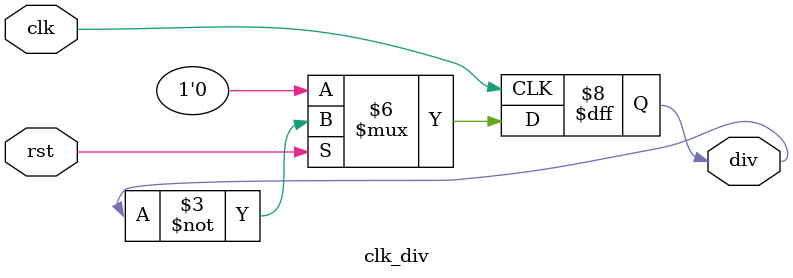
<source format=v>
module clk_div(
    input clk,
    input rst,
    output reg div
);

    wire clk;

    initial begin
        div = 0;
    end

    always @(posedge clk) begin
        if (!rst) begin
            div <= 0;
        end
        else begin
            div <= ~div;
        end
    end

endmodule
</source>
